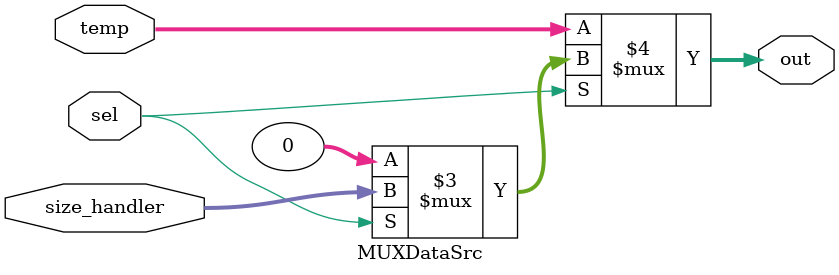
<source format=v>
module MUXDataSrc (
    input wire [0:0] sel,
    input wire [31:0] temp,
    input wire [31:0] size_handler,
    output wire [31:0] out
);

    assign out =  (sel == 0)? temp :
                (sel == 1)? size_handler :
                32'b00000000000000000000000000000000;
                
endmodule
</source>
